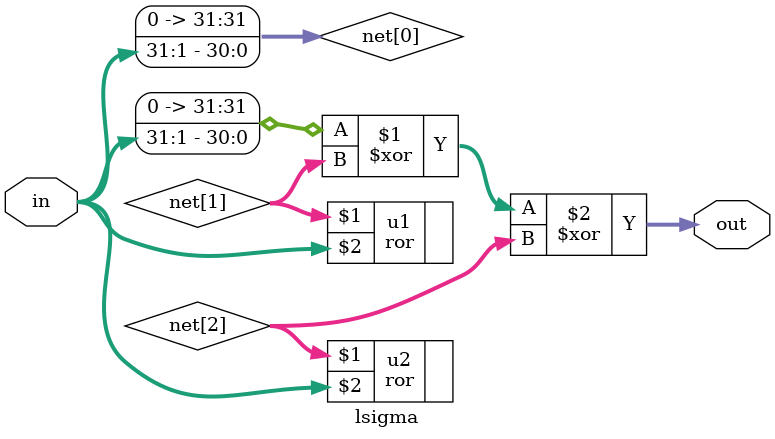
<source format=v>
/*!
* @file lsigma0.v
* @brief Lowercase Sigma 0 Module
* @author LDFranck
* @date February 2023
* @version v1
*
* @details
*  Lowercase Sigma 0 module implementation in Verilog.
*  The module returns the result of 'sigma0' function applied 
*  to the input signal 'in'.
*/

module lsigma(out, in);

	parameter SHIFT_BITS  	= 1;
	parameter ROTATE_BITS_0 = 1;
	parameter ROTATE_BITS_1 = 1;
	
	input  [31:0] in;
	output [31:0] out;

	wire [31:0] net [2:0];	//!< 3x 32-bits words

	assign net[0] = in >> SHIFT_BITS;
	ror #(ROTATE_BITS_0) u1(net[1], in);
	ror #(ROTATE_BITS_0) u2(net[2], in);

	assign out = net[0] ^ net[1] ^ net[2];

endmodule

</source>
